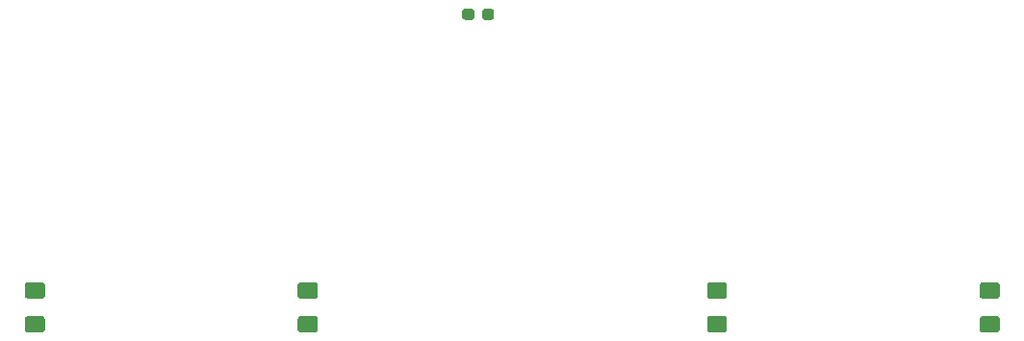
<source format=gbr>
G04 #@! TF.GenerationSoftware,KiCad,Pcbnew,5.1.4*
G04 #@! TF.CreationDate,2019-08-29T18:55:29+02:00*
G04 #@! TF.ProjectId,NixieClock,4e697869-6543-46c6-9f63-6b2e6b696361,rev?*
G04 #@! TF.SameCoordinates,Original*
G04 #@! TF.FileFunction,Paste,Top*
G04 #@! TF.FilePolarity,Positive*
%FSLAX46Y46*%
G04 Gerber Fmt 4.6, Leading zero omitted, Abs format (unit mm)*
G04 Created by KiCad (PCBNEW 5.1.4) date 2019-08-29 18:55:29*
%MOMM*%
%LPD*%
G04 APERTURE LIST*
%ADD10C,0.100000*%
%ADD11C,1.425000*%
%ADD12C,0.950000*%
G04 APERTURE END LIST*
D10*
G36*
X147559504Y-89776204D02*
G01*
X147583773Y-89779804D01*
X147607571Y-89785765D01*
X147630671Y-89794030D01*
X147652849Y-89804520D01*
X147673893Y-89817133D01*
X147693598Y-89831747D01*
X147711777Y-89848223D01*
X147728253Y-89866402D01*
X147742867Y-89886107D01*
X147755480Y-89907151D01*
X147765970Y-89929329D01*
X147774235Y-89952429D01*
X147780196Y-89976227D01*
X147783796Y-90000496D01*
X147785000Y-90025000D01*
X147785000Y-90950000D01*
X147783796Y-90974504D01*
X147780196Y-90998773D01*
X147774235Y-91022571D01*
X147765970Y-91045671D01*
X147755480Y-91067849D01*
X147742867Y-91088893D01*
X147728253Y-91108598D01*
X147711777Y-91126777D01*
X147693598Y-91143253D01*
X147673893Y-91157867D01*
X147652849Y-91170480D01*
X147630671Y-91180970D01*
X147607571Y-91189235D01*
X147583773Y-91195196D01*
X147559504Y-91198796D01*
X147535000Y-91200000D01*
X146285000Y-91200000D01*
X146260496Y-91198796D01*
X146236227Y-91195196D01*
X146212429Y-91189235D01*
X146189329Y-91180970D01*
X146167151Y-91170480D01*
X146146107Y-91157867D01*
X146126402Y-91143253D01*
X146108223Y-91126777D01*
X146091747Y-91108598D01*
X146077133Y-91088893D01*
X146064520Y-91067849D01*
X146054030Y-91045671D01*
X146045765Y-91022571D01*
X146039804Y-90998773D01*
X146036204Y-90974504D01*
X146035000Y-90950000D01*
X146035000Y-90025000D01*
X146036204Y-90000496D01*
X146039804Y-89976227D01*
X146045765Y-89952429D01*
X146054030Y-89929329D01*
X146064520Y-89907151D01*
X146077133Y-89886107D01*
X146091747Y-89866402D01*
X146108223Y-89848223D01*
X146126402Y-89831747D01*
X146146107Y-89817133D01*
X146167151Y-89804520D01*
X146189329Y-89794030D01*
X146212429Y-89785765D01*
X146236227Y-89779804D01*
X146260496Y-89776204D01*
X146285000Y-89775000D01*
X147535000Y-89775000D01*
X147559504Y-89776204D01*
X147559504Y-89776204D01*
G37*
D11*
X146910000Y-90487500D03*
D10*
G36*
X147559504Y-86801204D02*
G01*
X147583773Y-86804804D01*
X147607571Y-86810765D01*
X147630671Y-86819030D01*
X147652849Y-86829520D01*
X147673893Y-86842133D01*
X147693598Y-86856747D01*
X147711777Y-86873223D01*
X147728253Y-86891402D01*
X147742867Y-86911107D01*
X147755480Y-86932151D01*
X147765970Y-86954329D01*
X147774235Y-86977429D01*
X147780196Y-87001227D01*
X147783796Y-87025496D01*
X147785000Y-87050000D01*
X147785000Y-87975000D01*
X147783796Y-87999504D01*
X147780196Y-88023773D01*
X147774235Y-88047571D01*
X147765970Y-88070671D01*
X147755480Y-88092849D01*
X147742867Y-88113893D01*
X147728253Y-88133598D01*
X147711777Y-88151777D01*
X147693598Y-88168253D01*
X147673893Y-88182867D01*
X147652849Y-88195480D01*
X147630671Y-88205970D01*
X147607571Y-88214235D01*
X147583773Y-88220196D01*
X147559504Y-88223796D01*
X147535000Y-88225000D01*
X146285000Y-88225000D01*
X146260496Y-88223796D01*
X146236227Y-88220196D01*
X146212429Y-88214235D01*
X146189329Y-88205970D01*
X146167151Y-88195480D01*
X146146107Y-88182867D01*
X146126402Y-88168253D01*
X146108223Y-88151777D01*
X146091747Y-88133598D01*
X146077133Y-88113893D01*
X146064520Y-88092849D01*
X146054030Y-88070671D01*
X146045765Y-88047571D01*
X146039804Y-88023773D01*
X146036204Y-87999504D01*
X146035000Y-87975000D01*
X146035000Y-87050000D01*
X146036204Y-87025496D01*
X146039804Y-87001227D01*
X146045765Y-86977429D01*
X146054030Y-86954329D01*
X146064520Y-86932151D01*
X146077133Y-86911107D01*
X146091747Y-86891402D01*
X146108223Y-86873223D01*
X146126402Y-86856747D01*
X146146107Y-86842133D01*
X146167151Y-86829520D01*
X146189329Y-86819030D01*
X146212429Y-86810765D01*
X146236227Y-86804804D01*
X146260496Y-86801204D01*
X146285000Y-86800000D01*
X147535000Y-86800000D01*
X147559504Y-86801204D01*
X147559504Y-86801204D01*
G37*
D11*
X146910000Y-87512500D03*
D10*
G36*
X123559504Y-89776204D02*
G01*
X123583773Y-89779804D01*
X123607571Y-89785765D01*
X123630671Y-89794030D01*
X123652849Y-89804520D01*
X123673893Y-89817133D01*
X123693598Y-89831747D01*
X123711777Y-89848223D01*
X123728253Y-89866402D01*
X123742867Y-89886107D01*
X123755480Y-89907151D01*
X123765970Y-89929329D01*
X123774235Y-89952429D01*
X123780196Y-89976227D01*
X123783796Y-90000496D01*
X123785000Y-90025000D01*
X123785000Y-90950000D01*
X123783796Y-90974504D01*
X123780196Y-90998773D01*
X123774235Y-91022571D01*
X123765970Y-91045671D01*
X123755480Y-91067849D01*
X123742867Y-91088893D01*
X123728253Y-91108598D01*
X123711777Y-91126777D01*
X123693598Y-91143253D01*
X123673893Y-91157867D01*
X123652849Y-91170480D01*
X123630671Y-91180970D01*
X123607571Y-91189235D01*
X123583773Y-91195196D01*
X123559504Y-91198796D01*
X123535000Y-91200000D01*
X122285000Y-91200000D01*
X122260496Y-91198796D01*
X122236227Y-91195196D01*
X122212429Y-91189235D01*
X122189329Y-91180970D01*
X122167151Y-91170480D01*
X122146107Y-91157867D01*
X122126402Y-91143253D01*
X122108223Y-91126777D01*
X122091747Y-91108598D01*
X122077133Y-91088893D01*
X122064520Y-91067849D01*
X122054030Y-91045671D01*
X122045765Y-91022571D01*
X122039804Y-90998773D01*
X122036204Y-90974504D01*
X122035000Y-90950000D01*
X122035000Y-90025000D01*
X122036204Y-90000496D01*
X122039804Y-89976227D01*
X122045765Y-89952429D01*
X122054030Y-89929329D01*
X122064520Y-89907151D01*
X122077133Y-89886107D01*
X122091747Y-89866402D01*
X122108223Y-89848223D01*
X122126402Y-89831747D01*
X122146107Y-89817133D01*
X122167151Y-89804520D01*
X122189329Y-89794030D01*
X122212429Y-89785765D01*
X122236227Y-89779804D01*
X122260496Y-89776204D01*
X122285000Y-89775000D01*
X123535000Y-89775000D01*
X123559504Y-89776204D01*
X123559504Y-89776204D01*
G37*
D11*
X122910000Y-90487500D03*
D10*
G36*
X123559504Y-86801204D02*
G01*
X123583773Y-86804804D01*
X123607571Y-86810765D01*
X123630671Y-86819030D01*
X123652849Y-86829520D01*
X123673893Y-86842133D01*
X123693598Y-86856747D01*
X123711777Y-86873223D01*
X123728253Y-86891402D01*
X123742867Y-86911107D01*
X123755480Y-86932151D01*
X123765970Y-86954329D01*
X123774235Y-86977429D01*
X123780196Y-87001227D01*
X123783796Y-87025496D01*
X123785000Y-87050000D01*
X123785000Y-87975000D01*
X123783796Y-87999504D01*
X123780196Y-88023773D01*
X123774235Y-88047571D01*
X123765970Y-88070671D01*
X123755480Y-88092849D01*
X123742867Y-88113893D01*
X123728253Y-88133598D01*
X123711777Y-88151777D01*
X123693598Y-88168253D01*
X123673893Y-88182867D01*
X123652849Y-88195480D01*
X123630671Y-88205970D01*
X123607571Y-88214235D01*
X123583773Y-88220196D01*
X123559504Y-88223796D01*
X123535000Y-88225000D01*
X122285000Y-88225000D01*
X122260496Y-88223796D01*
X122236227Y-88220196D01*
X122212429Y-88214235D01*
X122189329Y-88205970D01*
X122167151Y-88195480D01*
X122146107Y-88182867D01*
X122126402Y-88168253D01*
X122108223Y-88151777D01*
X122091747Y-88133598D01*
X122077133Y-88113893D01*
X122064520Y-88092849D01*
X122054030Y-88070671D01*
X122045765Y-88047571D01*
X122039804Y-88023773D01*
X122036204Y-87999504D01*
X122035000Y-87975000D01*
X122035000Y-87050000D01*
X122036204Y-87025496D01*
X122039804Y-87001227D01*
X122045765Y-86977429D01*
X122054030Y-86954329D01*
X122064520Y-86932151D01*
X122077133Y-86911107D01*
X122091747Y-86891402D01*
X122108223Y-86873223D01*
X122126402Y-86856747D01*
X122146107Y-86842133D01*
X122167151Y-86829520D01*
X122189329Y-86819030D01*
X122212429Y-86810765D01*
X122236227Y-86804804D01*
X122260496Y-86801204D01*
X122285000Y-86800000D01*
X123535000Y-86800000D01*
X123559504Y-86801204D01*
X123559504Y-86801204D01*
G37*
D11*
X122910000Y-87512500D03*
D10*
G36*
X63559504Y-89776204D02*
G01*
X63583773Y-89779804D01*
X63607571Y-89785765D01*
X63630671Y-89794030D01*
X63652849Y-89804520D01*
X63673893Y-89817133D01*
X63693598Y-89831747D01*
X63711777Y-89848223D01*
X63728253Y-89866402D01*
X63742867Y-89886107D01*
X63755480Y-89907151D01*
X63765970Y-89929329D01*
X63774235Y-89952429D01*
X63780196Y-89976227D01*
X63783796Y-90000496D01*
X63785000Y-90025000D01*
X63785000Y-90950000D01*
X63783796Y-90974504D01*
X63780196Y-90998773D01*
X63774235Y-91022571D01*
X63765970Y-91045671D01*
X63755480Y-91067849D01*
X63742867Y-91088893D01*
X63728253Y-91108598D01*
X63711777Y-91126777D01*
X63693598Y-91143253D01*
X63673893Y-91157867D01*
X63652849Y-91170480D01*
X63630671Y-91180970D01*
X63607571Y-91189235D01*
X63583773Y-91195196D01*
X63559504Y-91198796D01*
X63535000Y-91200000D01*
X62285000Y-91200000D01*
X62260496Y-91198796D01*
X62236227Y-91195196D01*
X62212429Y-91189235D01*
X62189329Y-91180970D01*
X62167151Y-91170480D01*
X62146107Y-91157867D01*
X62126402Y-91143253D01*
X62108223Y-91126777D01*
X62091747Y-91108598D01*
X62077133Y-91088893D01*
X62064520Y-91067849D01*
X62054030Y-91045671D01*
X62045765Y-91022571D01*
X62039804Y-90998773D01*
X62036204Y-90974504D01*
X62035000Y-90950000D01*
X62035000Y-90025000D01*
X62036204Y-90000496D01*
X62039804Y-89976227D01*
X62045765Y-89952429D01*
X62054030Y-89929329D01*
X62064520Y-89907151D01*
X62077133Y-89886107D01*
X62091747Y-89866402D01*
X62108223Y-89848223D01*
X62126402Y-89831747D01*
X62146107Y-89817133D01*
X62167151Y-89804520D01*
X62189329Y-89794030D01*
X62212429Y-89785765D01*
X62236227Y-89779804D01*
X62260496Y-89776204D01*
X62285000Y-89775000D01*
X63535000Y-89775000D01*
X63559504Y-89776204D01*
X63559504Y-89776204D01*
G37*
D11*
X62910000Y-90487500D03*
D10*
G36*
X63559504Y-86801204D02*
G01*
X63583773Y-86804804D01*
X63607571Y-86810765D01*
X63630671Y-86819030D01*
X63652849Y-86829520D01*
X63673893Y-86842133D01*
X63693598Y-86856747D01*
X63711777Y-86873223D01*
X63728253Y-86891402D01*
X63742867Y-86911107D01*
X63755480Y-86932151D01*
X63765970Y-86954329D01*
X63774235Y-86977429D01*
X63780196Y-87001227D01*
X63783796Y-87025496D01*
X63785000Y-87050000D01*
X63785000Y-87975000D01*
X63783796Y-87999504D01*
X63780196Y-88023773D01*
X63774235Y-88047571D01*
X63765970Y-88070671D01*
X63755480Y-88092849D01*
X63742867Y-88113893D01*
X63728253Y-88133598D01*
X63711777Y-88151777D01*
X63693598Y-88168253D01*
X63673893Y-88182867D01*
X63652849Y-88195480D01*
X63630671Y-88205970D01*
X63607571Y-88214235D01*
X63583773Y-88220196D01*
X63559504Y-88223796D01*
X63535000Y-88225000D01*
X62285000Y-88225000D01*
X62260496Y-88223796D01*
X62236227Y-88220196D01*
X62212429Y-88214235D01*
X62189329Y-88205970D01*
X62167151Y-88195480D01*
X62146107Y-88182867D01*
X62126402Y-88168253D01*
X62108223Y-88151777D01*
X62091747Y-88133598D01*
X62077133Y-88113893D01*
X62064520Y-88092849D01*
X62054030Y-88070671D01*
X62045765Y-88047571D01*
X62039804Y-88023773D01*
X62036204Y-87999504D01*
X62035000Y-87975000D01*
X62035000Y-87050000D01*
X62036204Y-87025496D01*
X62039804Y-87001227D01*
X62045765Y-86977429D01*
X62054030Y-86954329D01*
X62064520Y-86932151D01*
X62077133Y-86911107D01*
X62091747Y-86891402D01*
X62108223Y-86873223D01*
X62126402Y-86856747D01*
X62146107Y-86842133D01*
X62167151Y-86829520D01*
X62189329Y-86819030D01*
X62212429Y-86810765D01*
X62236227Y-86804804D01*
X62260496Y-86801204D01*
X62285000Y-86800000D01*
X63535000Y-86800000D01*
X63559504Y-86801204D01*
X63559504Y-86801204D01*
G37*
D11*
X62910000Y-87512500D03*
D10*
G36*
X87559504Y-89776204D02*
G01*
X87583773Y-89779804D01*
X87607571Y-89785765D01*
X87630671Y-89794030D01*
X87652849Y-89804520D01*
X87673893Y-89817133D01*
X87693598Y-89831747D01*
X87711777Y-89848223D01*
X87728253Y-89866402D01*
X87742867Y-89886107D01*
X87755480Y-89907151D01*
X87765970Y-89929329D01*
X87774235Y-89952429D01*
X87780196Y-89976227D01*
X87783796Y-90000496D01*
X87785000Y-90025000D01*
X87785000Y-90950000D01*
X87783796Y-90974504D01*
X87780196Y-90998773D01*
X87774235Y-91022571D01*
X87765970Y-91045671D01*
X87755480Y-91067849D01*
X87742867Y-91088893D01*
X87728253Y-91108598D01*
X87711777Y-91126777D01*
X87693598Y-91143253D01*
X87673893Y-91157867D01*
X87652849Y-91170480D01*
X87630671Y-91180970D01*
X87607571Y-91189235D01*
X87583773Y-91195196D01*
X87559504Y-91198796D01*
X87535000Y-91200000D01*
X86285000Y-91200000D01*
X86260496Y-91198796D01*
X86236227Y-91195196D01*
X86212429Y-91189235D01*
X86189329Y-91180970D01*
X86167151Y-91170480D01*
X86146107Y-91157867D01*
X86126402Y-91143253D01*
X86108223Y-91126777D01*
X86091747Y-91108598D01*
X86077133Y-91088893D01*
X86064520Y-91067849D01*
X86054030Y-91045671D01*
X86045765Y-91022571D01*
X86039804Y-90998773D01*
X86036204Y-90974504D01*
X86035000Y-90950000D01*
X86035000Y-90025000D01*
X86036204Y-90000496D01*
X86039804Y-89976227D01*
X86045765Y-89952429D01*
X86054030Y-89929329D01*
X86064520Y-89907151D01*
X86077133Y-89886107D01*
X86091747Y-89866402D01*
X86108223Y-89848223D01*
X86126402Y-89831747D01*
X86146107Y-89817133D01*
X86167151Y-89804520D01*
X86189329Y-89794030D01*
X86212429Y-89785765D01*
X86236227Y-89779804D01*
X86260496Y-89776204D01*
X86285000Y-89775000D01*
X87535000Y-89775000D01*
X87559504Y-89776204D01*
X87559504Y-89776204D01*
G37*
D11*
X86910000Y-90487500D03*
D10*
G36*
X87559504Y-86801204D02*
G01*
X87583773Y-86804804D01*
X87607571Y-86810765D01*
X87630671Y-86819030D01*
X87652849Y-86829520D01*
X87673893Y-86842133D01*
X87693598Y-86856747D01*
X87711777Y-86873223D01*
X87728253Y-86891402D01*
X87742867Y-86911107D01*
X87755480Y-86932151D01*
X87765970Y-86954329D01*
X87774235Y-86977429D01*
X87780196Y-87001227D01*
X87783796Y-87025496D01*
X87785000Y-87050000D01*
X87785000Y-87975000D01*
X87783796Y-87999504D01*
X87780196Y-88023773D01*
X87774235Y-88047571D01*
X87765970Y-88070671D01*
X87755480Y-88092849D01*
X87742867Y-88113893D01*
X87728253Y-88133598D01*
X87711777Y-88151777D01*
X87693598Y-88168253D01*
X87673893Y-88182867D01*
X87652849Y-88195480D01*
X87630671Y-88205970D01*
X87607571Y-88214235D01*
X87583773Y-88220196D01*
X87559504Y-88223796D01*
X87535000Y-88225000D01*
X86285000Y-88225000D01*
X86260496Y-88223796D01*
X86236227Y-88220196D01*
X86212429Y-88214235D01*
X86189329Y-88205970D01*
X86167151Y-88195480D01*
X86146107Y-88182867D01*
X86126402Y-88168253D01*
X86108223Y-88151777D01*
X86091747Y-88133598D01*
X86077133Y-88113893D01*
X86064520Y-88092849D01*
X86054030Y-88070671D01*
X86045765Y-88047571D01*
X86039804Y-88023773D01*
X86036204Y-87999504D01*
X86035000Y-87975000D01*
X86035000Y-87050000D01*
X86036204Y-87025496D01*
X86039804Y-87001227D01*
X86045765Y-86977429D01*
X86054030Y-86954329D01*
X86064520Y-86932151D01*
X86077133Y-86911107D01*
X86091747Y-86891402D01*
X86108223Y-86873223D01*
X86126402Y-86856747D01*
X86146107Y-86842133D01*
X86167151Y-86829520D01*
X86189329Y-86819030D01*
X86212429Y-86810765D01*
X86236227Y-86804804D01*
X86260496Y-86801204D01*
X86285000Y-86800000D01*
X87535000Y-86800000D01*
X87559504Y-86801204D01*
X87559504Y-86801204D01*
G37*
D11*
X86910000Y-87512500D03*
D10*
G36*
X103095779Y-62698144D02*
G01*
X103118834Y-62701563D01*
X103141443Y-62707227D01*
X103163387Y-62715079D01*
X103184457Y-62725044D01*
X103204448Y-62737026D01*
X103223168Y-62750910D01*
X103240438Y-62766562D01*
X103256090Y-62783832D01*
X103269974Y-62802552D01*
X103281956Y-62822543D01*
X103291921Y-62843613D01*
X103299773Y-62865557D01*
X103305437Y-62888166D01*
X103308856Y-62911221D01*
X103310000Y-62934500D01*
X103310000Y-63409500D01*
X103308856Y-63432779D01*
X103305437Y-63455834D01*
X103299773Y-63478443D01*
X103291921Y-63500387D01*
X103281956Y-63521457D01*
X103269974Y-63541448D01*
X103256090Y-63560168D01*
X103240438Y-63577438D01*
X103223168Y-63593090D01*
X103204448Y-63606974D01*
X103184457Y-63618956D01*
X103163387Y-63628921D01*
X103141443Y-63636773D01*
X103118834Y-63642437D01*
X103095779Y-63645856D01*
X103072500Y-63647000D01*
X102497500Y-63647000D01*
X102474221Y-63645856D01*
X102451166Y-63642437D01*
X102428557Y-63636773D01*
X102406613Y-63628921D01*
X102385543Y-63618956D01*
X102365552Y-63606974D01*
X102346832Y-63593090D01*
X102329562Y-63577438D01*
X102313910Y-63560168D01*
X102300026Y-63541448D01*
X102288044Y-63521457D01*
X102278079Y-63500387D01*
X102270227Y-63478443D01*
X102264563Y-63455834D01*
X102261144Y-63432779D01*
X102260000Y-63409500D01*
X102260000Y-62934500D01*
X102261144Y-62911221D01*
X102264563Y-62888166D01*
X102270227Y-62865557D01*
X102278079Y-62843613D01*
X102288044Y-62822543D01*
X102300026Y-62802552D01*
X102313910Y-62783832D01*
X102329562Y-62766562D01*
X102346832Y-62750910D01*
X102365552Y-62737026D01*
X102385543Y-62725044D01*
X102406613Y-62715079D01*
X102428557Y-62707227D01*
X102451166Y-62701563D01*
X102474221Y-62698144D01*
X102497500Y-62697000D01*
X103072500Y-62697000D01*
X103095779Y-62698144D01*
X103095779Y-62698144D01*
G37*
D12*
X102785000Y-63172000D03*
D10*
G36*
X101345779Y-62698144D02*
G01*
X101368834Y-62701563D01*
X101391443Y-62707227D01*
X101413387Y-62715079D01*
X101434457Y-62725044D01*
X101454448Y-62737026D01*
X101473168Y-62750910D01*
X101490438Y-62766562D01*
X101506090Y-62783832D01*
X101519974Y-62802552D01*
X101531956Y-62822543D01*
X101541921Y-62843613D01*
X101549773Y-62865557D01*
X101555437Y-62888166D01*
X101558856Y-62911221D01*
X101560000Y-62934500D01*
X101560000Y-63409500D01*
X101558856Y-63432779D01*
X101555437Y-63455834D01*
X101549773Y-63478443D01*
X101541921Y-63500387D01*
X101531956Y-63521457D01*
X101519974Y-63541448D01*
X101506090Y-63560168D01*
X101490438Y-63577438D01*
X101473168Y-63593090D01*
X101454448Y-63606974D01*
X101434457Y-63618956D01*
X101413387Y-63628921D01*
X101391443Y-63636773D01*
X101368834Y-63642437D01*
X101345779Y-63645856D01*
X101322500Y-63647000D01*
X100747500Y-63647000D01*
X100724221Y-63645856D01*
X100701166Y-63642437D01*
X100678557Y-63636773D01*
X100656613Y-63628921D01*
X100635543Y-63618956D01*
X100615552Y-63606974D01*
X100596832Y-63593090D01*
X100579562Y-63577438D01*
X100563910Y-63560168D01*
X100550026Y-63541448D01*
X100538044Y-63521457D01*
X100528079Y-63500387D01*
X100520227Y-63478443D01*
X100514563Y-63455834D01*
X100511144Y-63432779D01*
X100510000Y-63409500D01*
X100510000Y-62934500D01*
X100511144Y-62911221D01*
X100514563Y-62888166D01*
X100520227Y-62865557D01*
X100528079Y-62843613D01*
X100538044Y-62822543D01*
X100550026Y-62802552D01*
X100563910Y-62783832D01*
X100579562Y-62766562D01*
X100596832Y-62750910D01*
X100615552Y-62737026D01*
X100635543Y-62725044D01*
X100656613Y-62715079D01*
X100678557Y-62707227D01*
X100701166Y-62701563D01*
X100724221Y-62698144D01*
X100747500Y-62697000D01*
X101322500Y-62697000D01*
X101345779Y-62698144D01*
X101345779Y-62698144D01*
G37*
D12*
X101035000Y-63172000D03*
M02*

</source>
